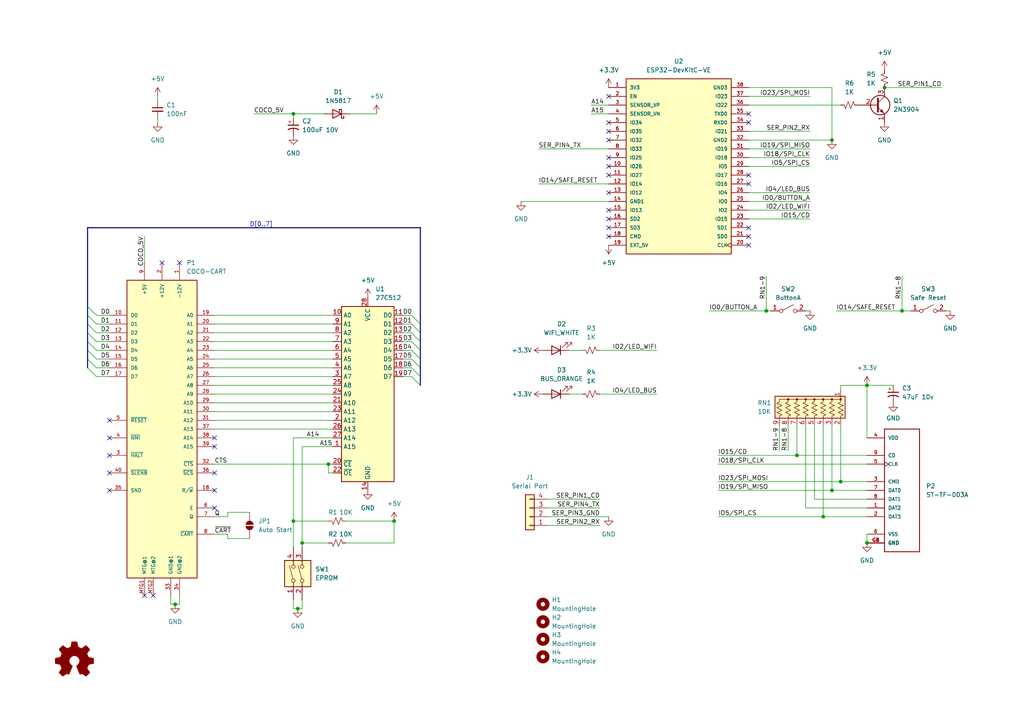
<source format=kicad_sch>
(kicad_sch (version 20231120) (generator "eeschema") (generator_version "8.0")
  (paper "A4")
  (title_block (title "CoCo FujiNet") (date "2024-08-25") (rev "Rev 0000"))
  (lib_symbols
    (symbol "COCO-CART:COCO-CART" (pin_names (offset 1.016))
      (property "Reference" "P" (at 10.16 40.64 0))
      (property "Value" "COCO-CART" (at 0 0 0))
      (symbol "COCO-CART_0_0"
        (rectangle (start -10.16 -45.72) (end 10.16 40.64) (stroke (width 0.254)) (fill (type background)))
        (pin passive line (at 5.08 45.72 270) (length 5.08) (name "-12V") (number "1"))
        (pin bidirectional line (at -15.24 30.48 0) (length 5.08) (name "D0") (number "10"))
        (pin bidirectional line (at -15.24 27.94 0) (length 5.08) (name "D1") (number "11"))
        (pin bidirectional line (at -15.24 25.4 0) (length 5.08) (name "D2") (number "12"))
        (pin bidirectional line (at -15.24 22.86 0) (length 5.08) (name "D3") (number "13"))
        (pin bidirectional line (at -15.24 20.32 0) (length 5.08) (name "D4") (number "14"))
        (pin bidirectional line (at -15.24 17.78 0) (length 5.08) (name "D5") (number "15"))
        (pin bidirectional line (at -15.24 15.24 0) (length 5.08) (name "D6") (number "16"))
        (pin bidirectional line (at -15.24 12.7 0) (length 5.08) (name "D7") (number "17"))
        (pin output line (at 15.24 -20.32 180) (length 5.08) (name "R/~{W}") (number "18"))
        (pin output line (at 15.24 30.48 180) (length 5.08) (name "A0") (number "19"))
        (pin passive line (at 0 45.72 270) (length 5.08) (name "+12V") (number "2"))
        (pin output line (at 15.24 27.94 180) (length 5.08) (name "A1") (number "20"))
        (pin output line (at 15.24 25.4 180) (length 5.08) (name "A2") (number "21"))
        (pin output line (at 15.24 22.86 180) (length 5.08) (name "A3") (number "22"))
        (pin output line (at 15.24 20.32 180) (length 5.08) (name "A4") (number "23"))
        (pin output line (at 15.24 17.78 180) (length 5.08) (name "A5") (number "24"))
        (pin output line (at 15.24 15.24 180) (length 5.08) (name "A6") (number "25"))
        (pin output line (at 15.24 12.7 180) (length 5.08) (name "A7") (number "26"))
        (pin output line (at 15.24 10.16 180) (length 5.08) (name "A8") (number "27"))
        (pin output line (at 15.24 7.62 180) (length 5.08) (name "A9") (number "28"))
        (pin output line (at 15.24 5.08 180) (length 5.08) (name "A10") (number "29"))
        (pin bidirectional line (at -15.24 -10.16 0) (length 5.08) (name "~{HALT}") (number "3"))
        (pin output line (at 15.24 2.54 180) (length 5.08) (name "A11") (number "30"))
        (pin output line (at 15.24 0 180) (length 5.08) (name "A12") (number "31"))
        (pin output line (at 15.24 -12.7 180) (length 5.08) (name "~{CTS}") (number "32"))
        (pin passive line (at 2.54 -50.8 90) (length 5.08) (name "GND@1") (number "33"))
        (pin passive line (at 5.08 -50.8 90) (length 5.08) (name "GND@2") (number "34"))
        (pin bidirectional line (at -15.24 -20.32 0) (length 5.08) (name "SND") (number "35"))
        (pin output line (at 15.24 -15.24 180) (length 5.08) (name "~{SCS}") (number "36"))
        (pin output line (at 15.24 -2.54 180) (length 5.08) (name "A13") (number "37"))
        (pin output line (at 15.24 -5.08 180) (length 5.08) (name "A14") (number "38"))
        (pin output line (at 15.24 -7.62 180) (length 5.08) (name "A15") (number "39"))
        (pin bidirectional line (at -15.24 -5.08 0) (length 5.08) (name "~{NMI}") (number "4"))
        (pin input line (at -15.24 -15.24 0) (length 5.08) (name "~{SLENB}") (number "40"))
        (pin bidirectional line (at -15.24 0 0) (length 5.08) (name "~{RESET}") (number "5"))
        (pin output line (at 15.24 -25.4 180) (length 5.08) (name "E") (number "6"))
        (pin output line (at 15.24 -27.94 180) (length 5.08) (name "Q") (number "7"))
        (pin input line (at 15.24 -33.02 180) (length 5.08) (name "~{CART}") (number "8"))
        (pin passive line (at -5.08 45.72 270) (length 5.08) (name "+5V") (number "9"))
        (pin passive line (at -5.08 -50.8 90) (length 5.08) (name "MTG@1") (number "MTG1"))
        (pin passive line (at -2.54 -50.8 90) (length 5.08) (name "MTG@2") (number "MTG2"))
      )
    )
    (symbol "Connector_Generic:Conn_01x04" (pin_names (offset 1.016) hide)
      (property "Reference" "J" (at 0 5.08 0))
      (property "Value" "Conn_01x04" (at 0 -7.62 0))
      (symbol "Conn_01x04_1_1"
        (rectangle (start -1.27 -4.953) (end 0 -5.207) (stroke (width 0.1524)))
        (rectangle (start -1.27 -2.413) (end 0 -2.667) (stroke (width 0.1524)))
        (rectangle (start -1.27 0.127) (end 0 -0.127) (stroke (width 0.1524)))
        (rectangle (start -1.27 2.667) (end 0 2.413) (stroke (width 0.1524)))
        (rectangle (start -1.27 3.81) (end 1.27 -6.35) (stroke (width 0.254)) (fill (type background)))
        (pin passive line (at -5.08 2.54 0) (length 3.81) (name "Pin_1") (number "1"))
        (pin passive line (at -5.08 0 0) (length 3.81) (name "Pin_2") (number "2"))
        (pin passive line (at -5.08 -2.54 0) (length 3.81) (name "Pin_3") (number "3"))
        (pin passive line (at -5.08 -5.08 0) (length 3.81) (name "Pin_4") (number "4"))
      )
    )
    (symbol "Device:C_Polarized_Small_US" (pin_numbers hide) (pin_names (offset 0.254) hide)
      (property "Reference" "C" (at 0.254 1.778 0))
      (property "Value" "C_Polarized_Small_US" (at 0.254 -2.032 0))
      (symbol "C_Polarized_Small_US_0_1"
        (polyline (pts (xy -1.524 0.508) (xy 1.524 0.508)) (stroke (width 0.3048)))
        (polyline (pts (xy -1.27 1.524) (xy -0.762 1.524)))
        (polyline (pts (xy -1.016 1.27) (xy -1.016 1.778)))
        (arc (start 1.524 -0.762) (mid 0 -0.3734) (end -1.524 -0.762) (stroke (width 0.3048)))
      )
      (symbol "C_Polarized_Small_US_1_1"
        (pin passive line (at 0 2.54 270) (length 2.032) (name "~") (number "1"))
        (pin passive line (at 0 -2.54 90) (length 2.032) (name "~") (number "2"))
      )
    )
    (symbol "Device:C_Small" (pin_numbers hide) (pin_names (offset 0.254) hide)
      (property "Reference" "C" (at 0.254 1.778 0))
      (property "Value" "C_Small" (at 0.254 -2.032 0))
      (symbol "C_Small_0_1"
        (polyline (pts (xy -1.524 -0.508) (xy 1.524 -0.508)) (stroke (width 0.3302)))
        (polyline (pts (xy -1.524 0.508) (xy 1.524 0.508)) (stroke (width 0.3048)))
      )
      (symbol "C_Small_1_1"
        (pin passive line (at 0 2.54 270) (length 2.032) (name "~") (number "1"))
        (pin passive line (at 0 -2.54 90) (length 2.032) (name "~") (number "2"))
      )
    )
    (symbol "Device:LED" (pin_numbers hide) (pin_names (offset 1.016) hide)
      (property "Reference" "D" (at 0 2.54 0))
      (property "Value" "LED" (at 0 -2.54 0))
      (symbol "LED_0_1"
        (polyline (pts (xy -1.27 -1.27) (xy -1.27 1.27)) (stroke (width 0.254)))
        (polyline (pts (xy -1.27 0) (xy 1.27 0)))
        (polyline (pts (xy 1.27 -1.27) (xy 1.27 1.27) (xy -1.27 0) (xy 1.27 -1.27)) (stroke (width 0.254)))
        (polyline (pts (xy -3.048 -0.762) (xy -4.572 -2.286) (xy -3.81 -2.286) (xy -4.572 -2.286) (xy -4.572 -1.524)))
        (polyline (pts (xy -1.778 -0.762) (xy -3.302 -2.286) (xy -2.54 -2.286) (xy -3.302 -2.286) (xy -3.302 -1.524)))
      )
      (symbol "LED_1_1"
        (pin passive line (at -3.81 0 0) (length 2.54) (name "K") (number "1"))
        (pin passive line (at 3.81 0 180) (length 2.54) (name "A") (number "2"))
      )
    )
    (symbol "Device:R_Network08_US" (pin_names (offset 0) hide)
      (property "Reference" "RN" (at -12.7 0 90))
      (property "Value" "R_Network08_US" (at 10.16 0 90))
      (symbol "R_Network08_US_0_1"
        (rectangle (start -11.43 -3.175) (end 8.89 3.175) (stroke (width 0.254)) (fill (type background)))
        (circle (center -10.16 2.286) (radius 0.254) (fill (type outline)))
        (circle (center -7.62 2.286) (radius 0.254) (fill (type outline)))
        (circle (center -5.08 2.286) (radius 0.254) (fill (type outline)))
        (circle (center -2.54 2.286) (radius 0.254) (fill (type outline)))
        (polyline (pts (xy -10.16 2.286) (xy 7.62 2.286)))
        (polyline (pts (xy -10.16 2.286) (xy -10.16 1.524) (xy -9.398 1.1684) (xy -10.922 0.508) (xy -9.398 -0.1524) (xy -10.922 -0.8382) (xy -9.398 -1.524) (xy -10.922 -2.1844) (xy -10.16 -2.54) (xy -10.16 -3.81)))
        (polyline (pts (xy -7.62 2.286) (xy -7.62 1.524) (xy -6.858 1.1684) (xy -8.382 0.508) (xy -6.858 -0.1524) (xy -8.382 -0.8382) (xy -6.858 -1.524) (xy -8.382 -2.1844) (xy -7.62 -2.54) (xy -7.62 -3.81)))
        (polyline (pts (xy -5.08 2.286) (xy -5.08 1.524) (xy -4.318 1.1684) (xy -5.842 0.508) (xy -4.318 -0.1524) (xy -5.842 -0.8382) (xy -4.318 -1.524) (xy -5.842 -2.1844) (xy -5.08 -2.54) (xy -5.08 -3.81)))
        (polyline (pts (xy -2.54 2.286) (xy -2.54 1.524) (xy -1.778 1.1684) (xy -3.302 0.508) (xy -1.778 -0.1524) (xy -3.302 -0.8382) (xy -1.778 -1.524) (xy -3.302 -2.1844) (xy -2.54 -2.54) (xy -2.54 -3.81)))
        (polyline (pts (xy 0 2.286) (xy 0 1.524) (xy 0.762 1.1684) (xy -0.762 0.508) (xy 0.762 -0.1524) (xy -0.762 -0.8382) (xy 0.762 -1.524) (xy -0.762 -2.1844) (xy 0 -2.54) (xy 0 -3.81)))
        (polyline (pts (xy 2.54 2.286) (xy 2.54 1.524) (xy 3.302 1.1684) (xy 1.778 0.508) (xy 3.302 -0.1524) (xy 1.778 -0.8382) (xy 3.302 -1.524) (xy 1.778 -2.1844) (xy 2.54 -2.54) (xy 2.54 -3.81)))
        (polyline (pts (xy 5.08 2.286) (xy 5.08 1.524) (xy 5.842 1.1684) (xy 4.318 0.508) (xy 5.842 -0.1524) (xy 4.318 -0.8382) (xy 5.842 -1.524) (xy 4.318 -2.1844) (xy 5.08 -2.54) (xy 5.08 -3.81)))
        (polyline (pts (xy 7.62 2.286) (xy 7.62 1.524) (xy 8.382 1.1684) (xy 6.858 0.508) (xy 8.382 -0.1524) (xy 6.858 -0.8382) (xy 8.382 -1.524) (xy 6.858 -2.1844) (xy 7.62 -2.54) (xy 7.62 -3.81)))
        (circle (center 0 2.286) (radius 0.254) (fill (type outline)))
        (circle (center 2.54 2.286) (radius 0.254) (fill (type outline)))
        (circle (center 5.08 2.286) (radius 0.254) (fill (type outline)))
      )
      (symbol "R_Network08_US_1_1"
        (pin passive line (at -10.16 5.08 270) (length 2.54) (name "common") (number "1"))
        (pin passive line (at -10.16 -5.08 90) (length 1.27) (name "R1") (number "2"))
        (pin passive line (at -7.62 -5.08 90) (length 1.27) (name "R2") (number "3"))
        (pin passive line (at -5.08 -5.08 90) (length 1.27) (name "R3") (number "4"))
        (pin passive line (at -2.54 -5.08 90) (length 1.27) (name "R4") (number "5"))
        (pin passive line (at 0 -5.08 90) (length 1.27) (name "R5") (number "6"))
        (pin passive line (at 2.54 -5.08 90) (length 1.27) (name "R6") (number "7"))
        (pin passive line (at 5.08 -5.08 90) (length 1.27) (name "R7") (number "8"))
        (pin passive line (at 7.62 -5.08 90) (length 1.27) (name "R8") (number "9"))
      )
    )
    (symbol "Device:R_Small_US" (pin_numbers hide) (pin_names (offset 0.254) hide)
      (property "Reference" "R" (at 0.762 0.508 0))
      (property "Value" "R_Small_US" (at 0.762 -1.016 0))
      (symbol "R_Small_US_1_1"
        (polyline (pts (xy 0 0) (xy 1.016 -0.381) (xy 0 -0.762) (xy -1.016 -1.143) (xy 0 -1.524)))
        (polyline (pts (xy 0 1.524) (xy 1.016 1.143) (xy 0 0.762) (xy -1.016 0.381) (xy 0 0)))
        (pin passive line (at 0 2.54 270) (length 1.016) (name "~") (number "1"))
        (pin passive line (at 0 -2.54 90) (length 1.016) (name "~") (number "2"))
      )
    )
    (symbol "Diode:1N5817" (pin_numbers hide) (pin_names (offset 1.016) hide)
      (property "Reference" "D" (at 0 2.54 0))
      (property "Value" "1N5817" (at 0 -2.54 0))
      (symbol "1N5817_0_1"
        (polyline (pts (xy 1.27 0) (xy -1.27 0)))
        (polyline (pts (xy 1.27 1.27) (xy 1.27 -1.27) (xy -1.27 0) (xy 1.27 1.27)) (stroke (width 0.254)))
        (polyline (pts (xy -1.905 0.635) (xy -1.905 1.27) (xy -1.27 1.27) (xy -1.27 -1.27) (xy -0.635 -1.27) (xy -0.635 -0.635)) (stroke (width 0.254)))
      )
      (symbol "1N5817_1_1"
        (pin passive line (at -3.81 0 0) (length 2.54) (name "K") (number "1"))
        (pin passive line (at 3.81 0 180) (length 2.54) (name "A") (number "2"))
      )
    )
    (symbol "ESP32-DEVKITC-32U:ESP32-DEVKITC-32U" (pin_names (offset 1.016))
      (property "Reference" "U" (at -15.2654 26.0604 0))
      (property "Value" "ESP32-DEVKITC-32U" (at -15.2654 -27.9654 0))
      (symbol "ESP32-DEVKITC-32U_0_0"
        (rectangle (start -15.24 -25.4) (end 15.24 25.4) (stroke (width 0.254)) (fill (type background)))
        (pin power_in line (at -20.32 22.86 0) (length 5.08) (name "3V3") (number "1"))
        (pin bidirectional line (at -20.32 0 0) (length 5.08) (name "IO26") (number "10"))
        (pin bidirectional line (at -20.32 -2.54 0) (length 5.08) (name "IO27") (number "11"))
        (pin bidirectional line (at -20.32 -5.08 0) (length 5.08) (name "IO14") (number "12"))
        (pin bidirectional line (at -20.32 -7.62 0) (length 5.08) (name "IO12") (number "13"))
        (pin power_in line (at -20.32 -10.16 0) (length 5.08) (name "GND1") (number "14"))
        (pin bidirectional line (at -20.32 -12.7 0) (length 5.08) (name "IO13") (number "15"))
        (pin bidirectional line (at -20.32 -15.24 0) (length 5.08) (name "SD2") (number "16"))
        (pin bidirectional line (at -20.32 -17.78 0) (length 5.08) (name "SD3") (number "17"))
        (pin bidirectional line (at -20.32 -20.32 0) (length 5.08) (name "CMD") (number "18"))
        (pin power_in line (at -20.32 -22.86 0) (length 5.08) (name "EXT_5V") (number "19"))
        (pin input line (at -20.32 20.32 0) (length 5.08) (name "EN") (number "2"))
        (pin input clock (at 20.32 -22.86 180) (length 5.08) (name "CLK") (number "20"))
        (pin bidirectional line (at 20.32 -20.32 180) (length 5.08) (name "SD0") (number "21"))
        (pin bidirectional line (at 20.32 -17.78 180) (length 5.08) (name "SD1") (number "22"))
        (pin bidirectional line (at 20.32 -15.24 180) (length 5.08) (name "IO15") (number "23"))
        (pin bidirectional line (at 20.32 -12.7 180) (length 5.08) (name "IO2") (number "24"))
        (pin bidirectional line (at 20.32 -10.16 180) (length 5.08) (name "IO0") (number "25"))
        (pin bidirectional line (at 20.32 -7.62 180) (length 5.08) (name "IO4") (number "26"))
        (pin bidirectional line (at 20.32 -5.08 180) (length 5.08) (name "IO16") (number "27"))
        (pin bidirectional line (at 20.32 -2.54 180) (length 5.08) (name "IO17") (number "28"))
        (pin bidirectional line (at 20.32 0 180) (length 5.08) (name "IO5") (number "29"))
        (pin input line (at -20.32 17.78 0) (length 5.08) (name "SENSOR_VP") (number "3"))
        (pin bidirectional line (at 20.32 2.54 180) (length 5.08) (name "IO18") (number "30"))
        (pin bidirectional line (at 20.32 5.08 180) (length 5.08) (name "IO19") (number "31"))
        (pin power_in line (at 20.32 7.62 180) (length 5.08) (name "GND2") (number "32"))
        (pin bidirectional line (at 20.32 10.16 180) (length 5.08) (name "IO21") (number "33"))
        (pin input line (at 20.32 12.7 180) (length 5.08) (name "RXD0") (number "34"))
        (pin output line (at 20.32 15.24 180) (length 5.08) (name "TXD0") (number "35"))
        (pin bidirectional line (at 20.32 17.78 180) (length 5.08) (name "IO22") (number "36"))
        (pin bidirectional line (at 20.32 20.32 180) (length 5.08) (name "IO23") (number "37"))
        (pin power_in line (at 20.32 22.86 180) (length 5.08) (name "GND3") (number "38"))
        (pin input line (at -20.32 15.24 0) (length 5.08) (name "SENSOR_VN") (number "4"))
        (pin bidirectional line (at -20.32 12.7 0) (length 5.08) (name "IO34") (number "5"))
        (pin bidirectional line (at -20.32 10.16 0) (length 5.08) (name "IO35") (number "6"))
        (pin bidirectional line (at -20.32 7.62 0) (length 5.08) (name "IO32") (number "7"))
        (pin bidirectional line (at -20.32 5.08 0) (length 5.08) (name "IO33") (number "8"))
        (pin bidirectional line (at -20.32 2.54 0) (length 5.08) (name "IO25") (number "9"))
      )
    )
    (symbol "Graphic:Logo_Open_Hardware_Small" (in_bom no) (on_board no)
      (symbol "Logo_Open_Hardware_Small_0_1"
        (polyline (pts (xy 3.3528 -4.3434) (xy 3.302 -4.318) (xy 3.175 -4.2418) (xy 2.9972 -4.1148) (xy 2.7686 -3.9624) (xy 2.54 -3.81) (xy 2.3622 -3.7084) (xy 2.2352 -3.6068) (xy 2.1844 -3.5814) (xy 2.159 -3.6068) (xy 2.0574 -3.6576) (xy 1.905 -3.7338) (xy 1.8034 -3.7846) (xy 1.6764 -3.8354) (xy 1.6002 -3.8354) (xy 1.6002 -3.8354) (xy 1.5494 -3.7338) (xy 1.4732 -3.5306) (xy 1.3462 -3.302) (xy 1.2446 -3.0226) (xy 1.1176 -2.7178) (xy 0.9652 -2.413) (xy 0.8636 -2.1082) (xy 0.7366 -1.8288) (xy 0.6604 -1.6256) (xy 0.6096 -1.4732) (xy 0.5842 -1.397) (xy 0.5842 -1.397) (xy 0.6604 -1.3208) (xy 0.7874 -1.2446) (xy 1.0414 -1.016) (xy 1.2954 -0.6858) (xy 1.4478 -0.3302) (xy 1.524 0.0762) (xy 1.4732 0.4572) (xy 1.3208 0.8128) (xy 1.0668 1.143) (xy 0.762 1.3716) (xy 0.4064 1.524) (xy 0 1.5748) (xy -0.381 1.5494) (xy -0.7366 1.397) (xy -1.0668 1.143) (xy -1.2192 0.9906) (xy -1.397 0.6604) (xy -1.524 0.3048) (xy -1.524 0.2286) (xy -1.4986 -0.1778) (xy -1.397 -0.5334) (xy -1.1938 -0.8636) (xy -0.9144 -1.143) (xy -0.8636 -1.1684) (xy -0.7366 -1.27) (xy -0.635 -1.3462) (xy -0.5842 -1.397) (xy -1.0668 -2.5908) (xy -1.143 -2.794) (xy -1.2954 -3.1242) (xy -1.397 -3.4036) (xy -1.4986 -3.6322) (xy -1.5748 -3.7846) (xy -1.6002 -3.8354) (xy -1.6002 -3.8354) (xy -1.651 -3.8354) (xy -1.7272 -3.81) (xy -1.905 -3.7338) (xy -2.0066 -3.683) (xy -2.1336 -3.6068) (xy -2.2098 -3.5814) (xy -2.2606 -3.6068) (xy -2.3622 -3.683) (xy -2.54 -3.81) (xy -2.7686 -3.9624) (xy -2.9718 -4.0894) (xy -3.1496 -4.2164) (xy -3.302 -4.318) (xy -3.3528 -4.3434) (xy -3.3782 -4.3434) (xy -3.429 -4.318) (xy -3.5306 -4.2164) (xy -3.7084 -4.064) (xy -3.937 -3.8354) (xy -3.9624 -3.81) (xy -4.1656 -3.6068) (xy -4.318 -3.4544) (xy -4.4196 -3.3274) (xy -4.445 -3.2766) (xy -4.445 -3.2766) (xy -4.4196 -3.2258) (xy -4.318 -3.0734) (xy -4.2164 -2.8956) (xy -4.064 -2.667) (xy -3.6576 -2.0828) (xy -3.8862 -1.5494) (xy -3.937 -1.3716) (xy -4.0386 -1.1684) (xy -4.0894 -1.0414) (xy -4.1148 -0.9652) (xy -4.191 -0.9398) (xy -4.318 -0.9144) (xy -4.5466 -0.8636) (xy -4.8006 -0.8128) (xy -5.0546 -0.7874) (xy -5.2578 -0.7366) (xy -5.4356 -0.7112) (xy -5.5118 -0.6858) (xy -5.5118 -0.6858) (xy -5.5372 -0.635) (xy -5.5372 -0.5588) (xy -5.5372 -0.4318) (xy -5.5626 -0.2286) (xy -5.5626 0.0762) (xy -5.5626 0.127) (xy -5.5372 0.4064) (xy -5.5372 0.635) (xy -5.5372 0.762) (xy -5.5372 0.8382) (xy -5.5372 0.8382) (xy -5.461 0.8382) (xy -5.3086 0.889) (xy -5.08 0.9144) (xy -4.826 0.9652) (xy -4.8006 0.9906) (xy -4.5466 1.0414) (xy -4.318 1.0668) (xy -4.1656 1.1176) (xy -4.0894 1.143) (xy -4.0894 1.143) (xy -4.0386 1.2446) (xy -3.9624 1.4224) (xy -3.8608 1.6256) (xy -3.7846 1.8288) (xy -3.7084 2.0066) (xy -3.6576 2.159) (xy -3.6322 2.2098) (xy -3.6322 2.2098) (xy -3.683 2.286) (xy -3.7592 2.413) (xy -3.8862 2.5908) (xy -4.064 2.8194) (xy -4.064 2.8448) (xy -4.2164 3.0734) (xy -4.3434 3.2512) (xy -4.4196 3.3782) (xy -4.445 3.4544) (xy -4.445 3.4544) (xy -4.3942 3.5052) (xy -4.2926 3.6322) (xy -4.1148 3.81) (xy -3.937 4.0132) (xy -3.8608 4.064) (xy -3.6576 4.2926) (xy -3.5052 4.4196) (xy -3.4036 4.4958) (xy -3.3528 4.5212) (xy -3.3528 4.5212) (xy -3.302 4.4704) (xy -3.1496 4.3688) (xy -2.9718 4.2418) (xy -2.7432 4.0894) (xy -2.7178 4.0894) (xy -2.4892 3.937) (xy -2.3114 3.81) (xy -2.1844 3.7084) (xy -2.1336 3.683) (xy -2.1082 3.683) (xy -2.032 3.7084) (xy -1.8542 3.7592) (xy -1.6764 3.8354) (xy -1.4732 3.937) (xy -1.27 4.0132) (xy -1.143 4.064) (xy -1.0668 4.1148) (xy -1.0668 4.1148) (xy -1.0414 4.191) (xy -1.016 4.3434) (xy -0.9652 4.572) (xy -0.9144 4.8514) (xy -0.889 4.9022) (xy -0.8382 5.1562) (xy -0.8128 5.3848) (xy -0.7874 5.5372) (xy -0.762 5.588) (xy -0.7112 5.6134) (xy -0.5842 5.6134) (xy -0.4064 5.6134) (xy -0.1524 5.6134) (xy 0.0762 5.6134) (xy 0.3302 5.6134) (xy 0.5334 5.6134) (xy 0.6858 5.588) (xy 0.7366 5.588) (xy 0.7366 5.588) (xy 0.762 5.5118) (xy 0.8128 5.334) (xy 0.8382 5.1054) (xy 0.9144 4.826) (xy 0.9144 4.7752) (xy 0.9652 4.5212) (xy 1.016 4.2926) (xy 1.0414 4.1402) (xy 1.0668 4.0894) (xy 1.0668 4.0894) (xy 1.1938 4.0386) (xy 1.3716 3.9624) (xy 1.5748 3.8608) (xy 2.0828 3.6576) (xy 2.7178 4.0894) (xy 2.7686 4.1402) (xy 2.9972 4.2926) (xy 3.175 4.4196) (xy 3.302 4.4958) (xy 3.3782 4.5212) (xy 3.3782 4.5212) (xy 3.429 4.4704) (xy 3.556 4.3434) (xy 3.7338 4.191) (xy 3.9116 3.9878) (xy 4.064 3.8354) (xy 4.2418 3.6576) (xy 4.3434 3.556) (xy 4.4196 3.4798) (xy 4.4196 3.429) (xy 4.4196 3.4036) (xy 4.3942 3.3274) (xy 4.2926 3.2004) (xy 4.1656 2.9972) (xy 4.0132 2.794) (xy 3.8862 2.5908) (xy 3.7592 2.3876) (xy 3.6576 2.2352) (xy 3.6322 2.159) (xy 3.6322 2.1336) (xy 3.683 2.0066) (xy 3.7592 1.8288) (xy 3.8608 1.6002) (xy 4.064 1.1176) (xy 4.3942 1.0414) (xy 4.5974 1.016) (xy 4.8768 0.9652) (xy 5.1308 0.9144) (xy 5.5372 0.8382) (xy 5.5626 -0.6604) (xy 5.4864 -0.6858) (xy 5.4356 -0.6858) (xy 5.2832 -0.7366) (xy 5.0546 -0.762) (xy 4.8006 -0.8128) (xy 4.5974 -0.8636) (xy 4.3688 -0.9144) (xy 4.2164 -0.9398) (xy 4.1402 -0.9398) (xy 4.1148 -0.9652) (xy 4.064 -1.0668) (xy 3.9878 -1.2446) (xy 3.9116 -1.4478) (xy 3.81 -1.651) (xy 3.7338 -1.8542) (xy 3.683 -2.0066) (xy 3.6576 -2.0828) (xy 3.683 -2.1336) (xy 3.7846 -2.2606) (xy 3.8862 -2.4638) (xy 4.0386 -2.667) (xy 4.191 -2.8956) (xy 4.318 -3.0734) (xy 4.3942 -3.2004) (xy 4.445 -3.2766) (xy 4.4196 -3.3274) (xy 4.3434 -3.429) (xy 4.1656 -3.5814) (xy 3.937 -3.8354) (xy 3.8862 -3.8608) (xy 3.683 -4.064) (xy 3.5306 -4.2164) (xy 3.4036 -4.318) (xy 3.3528 -4.3434)) (fill (type outline)))
      )
    )
    (symbol "Jumper:SolderJumper_2_Open" (pin_numbers hide) (pin_names (offset 0) hide) (exclude_from_sim yes) (in_bom no)
      (property "Reference" "JP" (at 0 2.032 0))
      (property "Value" "SolderJumper_2_Open" (at 0 -2.54 0))
      (symbol "SolderJumper_2_Open_0_1"
        (arc (start -0.254 1.016) (mid -1.2656 0) (end -0.254 -1.016))
        (arc (start -0.254 1.016) (mid -1.2656 0) (end -0.254 -1.016) (fill (type outline)))
        (polyline (pts (xy -0.254 1.016) (xy -0.254 -1.016)))
        (polyline (pts (xy 0.254 1.016) (xy 0.254 -1.016)))
        (arc (start 0.254 -1.016) (mid 1.2656 0) (end 0.254 1.016))
        (arc (start 0.254 -1.016) (mid 1.2656 0) (end 0.254 1.016) (fill (type outline)))
      )
      (symbol "SolderJumper_2_Open_1_1"
        (pin passive line (at -3.81 0 0) (length 2.54) (name "A") (number "1"))
        (pin passive line (at 3.81 0 180) (length 2.54) (name "B") (number "2"))
      )
    )
    (symbol "Mechanical:MountingHole" (pin_names (offset 1.016))
      (property "Reference" "H" (at 0 5.08 0))
      (property "Value" "MountingHole" (at 0 3.175 0))
      (symbol "MountingHole_0_1"
        (circle (center 0 0) (radius 1.27) (stroke (width 1.27)))
      )
    )
    (symbol "Memory_EPROM:27C512"
      (property "Reference" "U" (at -7.62 26.67 0))
      (property "Value" "27C512" (at 2.54 -26.67 0))
      (symbol "27C512_1_1"
        (rectangle (start -7.62 25.4) (end 7.62 -25.4) (stroke (width 0.254)) (fill (type background)))
        (pin input line (at -10.16 -15.24 0) (length 2.54) (name "A15") (number "1"))
        (pin input line (at -10.16 22.86 0) (length 2.54) (name "A0") (number "10"))
        (pin tri_state line (at 10.16 22.86 180) (length 2.54) (name "D0") (number "11"))
        (pin tri_state line (at 10.16 20.32 180) (length 2.54) (name "D1") (number "12"))
        (pin tri_state line (at 10.16 17.78 180) (length 2.54) (name "D2") (number "13"))
        (pin power_in line (at 0 -27.94 90) (length 2.54) (name "GND") (number "14"))
        (pin tri_state line (at 10.16 15.24 180) (length 2.54) (name "D3") (number "15"))
        (pin tri_state line (at 10.16 12.7 180) (length 2.54) (name "D4") (number "16"))
        (pin tri_state line (at 10.16 10.16 180) (length 2.54) (name "D5") (number "17"))
        (pin tri_state line (at 10.16 7.62 180) (length 2.54) (name "D6") (number "18"))
        (pin tri_state line (at 10.16 5.08 180) (length 2.54) (name "D7") (number "19"))
        (pin input line (at -10.16 -7.62 0) (length 2.54) (name "A12") (number "2"))
        (pin input line (at -10.16 -20.32 0) (length 2.54) (name "~{CE}") (number "20"))
        (pin input line (at -10.16 -2.54 0) (length 2.54) (name "A10") (number "21"))
        (pin input line (at -10.16 -22.86 0) (length 2.54) (name "~{OE}") (number "22"))
        (pin input line (at -10.16 -5.08 0) (length 2.54) (name "A11") (number "23"))
        (pin input line (at -10.16 0 0) (length 2.54) (name "A9") (number "24"))
        (pin input line (at -10.16 2.54 0) (length 2.54) (name "A8") (number "25"))
        (pin input line (at -10.16 -10.16 0) (length 2.54) (name "A13") (number "26"))
        (pin input line (at -10.16 -12.7 0) (length 2.54) (name "A14") (number "27"))
        (pin power_in line (at 0 27.94 270) (length 2.54) (name "VCC") (number "28"))
        (pin input line (at -10.16 5.08 0) (length 2.54) (name "A7") (number "3"))
        (pin input line (at -10.16 7.62 0) (length 2.54) (name "A6") (number "4"))
        (pin input line (at -10.16 10.16 0) (length 2.54) (name "A5") (number "5"))
        (pin input line (at -10.16 12.7 0) (length 2.54) (name "A4") (number "6"))
        (pin input line (at -10.16 15.24 0) (length 2.54) (name "A3") (number "7"))
        (pin input line (at -10.16 17.78 0) (length 2.54) (name "A2") (number "8"))
        (pin input line (at -10.16 20.32 0) (length 2.54) (name "A1") (number "9"))
      )
    )
    (symbol "ST-TF-003A:ST-TF-003A" (pin_names (offset 1.016))
      (property "Reference" "P" (at 0 17.8054 0))
      (property "Value" "ST-TF-003A" (at 0 -20.3454 0))
      (symbol "ST-TF-003A_0_0"
        (polyline (pts (xy 0 -17.78) (xy 0 17.78)) (stroke (width 0.254)))
        (polyline (pts (xy 0 17.78) (xy 10.16 17.78)) (stroke (width 0.254)))
        (polyline (pts (xy 10.16 -17.78) (xy 0 -17.78)) (stroke (width 0.254)))
        (polyline (pts (xy 10.16 17.78) (xy 10.16 -17.78)) (stroke (width 0.254)))
        (pin bidirectional line (at -5.08 -5.08 0) (length 5.08) (name "DAT2") (number "1"))
        (pin bidirectional line (at -5.08 -7.62 0) (length 5.08) (name "DAT3") (number "2"))
        (pin bidirectional line (at -5.08 2.54 0) (length 5.08) (name "CMD") (number "3"))
        (pin power_in line (at -5.08 15.24 0) (length 5.08) (name "VDD") (number "4"))
        (pin input clock (at -5.08 7.62 0) (length 5.08) (name "CLK") (number "5"))
        (pin passive line (at -5.08 -12.7 0) (length 5.08) (name "VSS") (number "6"))
        (pin bidirectional line (at -5.08 0 0) (length 5.08) (name "DAT0") (number "7"))
        (pin bidirectional line (at -5.08 -2.54 0) (length 5.08) (name "DAT1") (number "8"))
        (pin input line (at -5.08 10.16 0) (length 5.08) (name "CD") (number "9"))
        (pin passive line (at -5.08 -15.24 0) (length 5.08) (name "GND") (number "G2"))
        (pin passive line (at -5.08 -15.24 0) (length 5.08) (name "GND") (number "G3"))
        (pin passive line (at -5.08 -15.24 0) (length 5.08) (name "GND") (number "G4"))
      )
      (symbol "ST-TF-003A_1_0"
        (pin passive line (at -5.08 -15.24 0) (length 5.08) (name "GND") (number "G1"))
      )
    )
    (symbol "Switch:SW_DIP_x02" (pin_names (offset 0) hide)
      (property "Reference" "SW" (at 0 6.35 0))
      (property "Value" "SW_DIP_x02" (at 0 -3.81 0))
      (symbol "SW_DIP_x02_0_0"
        (circle (center -2.032 0) (radius 0.508))
        (circle (center -2.032 2.54) (radius 0.508))
        (polyline (pts (xy -1.524 0.127) (xy 2.3622 1.1684)))
        (polyline (pts (xy -1.524 2.667) (xy 2.3622 3.7084)))
        (circle (center 2.032 0) (radius 0.508))
        (circle (center 2.032 2.54) (radius 0.508))
      )
      (symbol "SW_DIP_x02_0_1"
        (rectangle (start -3.81 5.08) (end 3.81 -2.54) (stroke (width 0.254)) (fill (type background)))
      )
      (symbol "SW_DIP_x02_1_1"
        (pin passive line (at -7.62 2.54 0) (length 5.08) (name "~") (number "1"))
        (pin passive line (at -7.62 0 0) (length 5.08) (name "~") (number "2"))
        (pin passive line (at 7.62 0 180) (length 5.08) (name "~") (number "3"))
        (pin passive line (at 7.62 2.54 180) (length 5.08) (name "~") (number "4"))
      )
    )
    (symbol "Switch:SW_SPST" (pin_names (offset 0) hide)
      (property "Reference" "SW" (at 0 3.175 0))
      (property "Value" "SW_SPST" (at 0 -2.54 0))
      (symbol "SW_SPST_0_0"
        (circle (center -2.032 0) (radius 0.508))
        (polyline (pts (xy -1.524 0.254) (xy 1.524 1.778)))
        (circle (center 2.032 0) (radius 0.508))
      )
      (symbol "SW_SPST_1_1"
        (pin passive line (at -5.08 0 0) (length 2.54) (name "A") (number "1"))
        (pin passive line (at 5.08 0 180) (length 2.54) (name "B") (number "2"))
      )
    )
    (symbol "Transistor_BJT:2N3904" (pin_names (offset 0) hide)
      (property "Reference" "Q" (at 5.08 1.905 0))
      (property "Value" "2N3904" (at 5.08 0 0))
      (symbol "2N3904_0_1"
        (polyline (pts (xy 0.635 0.635) (xy 2.54 2.54)))
        (polyline (pts (xy 0.635 -0.635) (xy 2.54 -2.54) (xy 2.54 -2.54)))
        (polyline (pts (xy 0.635 1.905) (xy 0.635 -1.905) (xy 0.635 -1.905)) (stroke (width 0.508)))
        (polyline (pts (xy 1.27 -1.778) (xy 1.778 -1.27) (xy 2.286 -2.286) (xy 1.27 -1.778) (xy 1.27 -1.778)) (fill (type outline)))
        (circle (center 1.27 0) (radius 2.8194) (stroke (width 0.254)))
      )
      (symbol "2N3904_1_1"
        (pin passive line (at 2.54 -5.08 90) (length 2.54) (name "E") (number "1"))
        (pin passive line (at -5.08 0 0) (length 5.715) (name "B") (number "2"))
        (pin passive line (at 2.54 5.08 270) (length 2.54) (name "C") (number "3"))
      )
    )
    (symbol "power:+3.3V" (power) (pin_names (offset 0))
      (property "Value" "+3.3V" (at 0 3.556 0))
      (symbol "+3.3V_0_1"
        (polyline (pts (xy -0.762 1.27) (xy 0 2.54)))
        (polyline (pts (xy 0 0) (xy 0 2.54)))
        (polyline (pts (xy 0 2.54) (xy 0.762 1.27)))
      )
      (symbol "+3.3V_1_1"
        (pin power_in line (at 0 0 90) (length 0) hide (name "+3.3V") (number "1"))
      )
    )
    (symbol "power:+5V" (power) (pin_names (offset 0))
      (property "Value" "+5V" (at 0 3.556 0))
      (symbol "+5V_0_1"
        (polyline (pts (xy -0.762 1.27) (xy 0 2.54)))
        (polyline (pts (xy 0 0) (xy 0 2.54)))
        (polyline (pts (xy 0 2.54) (xy 0.762 1.27)))
      )
      (symbol "+5V_1_1"
        (pin power_in line (at 0 0 90) (length 0) hide (name "+5V") (number "1"))
      )
    )
    (symbol "power:GND" (power) (pin_names (offset 0))
      (property "Value" "GND" (at 0 -3.81 0))
      (symbol "GND_0_1"
        (polyline (pts (xy 0 0) (xy 0 -1.27) (xy 1.27 -1.27) (xy 0 -2.54) (xy -1.27 -1.27) (xy 0 -1.27)))
      )
      (symbol "GND_1_1"
        (pin power_in line (at 0 0 270) (length 0) hide (name "GND") (number "1"))
      )
    )
  )
  (junction (at 231.14 132.08))
  (junction (at 261.62 90.17))
  (junction (at 95.25 134.62))
  (junction (at 238.76 149.86))
  (junction (at 256.54 25.4))
  (junction (at 251.46 157.48))
  (junction (at 85.09 33.02))
  (junction (at 86.36 176.53))
  (junction (at 114.3 151.13))
  (junction (at 251.46 111.76))
  (junction (at 222.25 90.17))
  (junction (at 85.09 151.13))
  (junction (at 243.84 139.7))
  (junction (at 50.8 175.26))
  (junction (at 87.63 157.48))
  (junction (at 241.3 142.24))
  (junction (at 241.3 40.64))
  (no_connect (at 62.23 137.16))
  (no_connect (at 176.53 35.56))
  (no_connect (at 41.91 172.72))
  (no_connect (at 44.45 172.72))
  (no_connect (at 176.53 50.8))
  (no_connect (at 176.53 55.88))
  (no_connect (at 62.23 142.24))
  (no_connect (at 31.75 142.24))
  (no_connect (at 31.75 127))
  (no_connect (at 176.53 60.96))
  (no_connect (at 62.23 147.32))
  (no_connect (at 176.53 38.1))
  (no_connect (at 62.23 129.54))
  (no_connect (at 176.53 63.5))
  (no_connect (at 217.17 53.34))
  (no_connect (at 176.53 45.72))
  (no_connect (at 31.75 137.16))
  (no_connect (at 176.53 68.58))
  (no_connect (at 217.17 71.12))
  (no_connect (at 176.53 66.04))
  (no_connect (at 217.17 66.04))
  (no_connect (at 31.75 121.92))
  (no_connect (at 176.53 40.64))
  (no_connect (at 217.17 68.58))
  (no_connect (at 52.07 76.2))
  (no_connect (at 31.75 132.08))
  (no_connect (at 46.99 76.2))
  (no_connect (at 217.17 50.8))
  (no_connect (at 217.17 35.56))
  (no_connect (at 176.53 27.94))
  (no_connect (at 176.53 48.26))
  (no_connect (at 62.23 127))
  (no_connect (at 217.17 33.02))
  (bus_entry (at 121.92 106.68) (size -2.54 -2.54))
  (bus_entry (at 25.4 104.14) (size 2.54 2.54))
  (bus_entry (at 25.4 106.68) (size 2.54 2.54))
  (bus_entry (at 25.4 91.44) (size 2.54 2.54))
  (bus_entry (at 121.92 111.76) (size -2.54 -2.54))
  (bus_entry (at 25.4 96.52) (size 2.54 2.54))
  (bus_entry (at 121.92 99.06) (size -2.54 -2.54))
  (bus_entry (at 121.92 109.22) (size -2.54 -2.54))
  (bus_entry (at 121.92 93.98) (size -2.54 -2.54))
  (bus_entry (at 25.4 101.6) (size 2.54 2.54))
  (bus_entry (at 25.4 88.9) (size 2.54 2.54))
  (bus_entry (at 25.4 93.98) (size 2.54 2.54))
  (bus_entry (at 121.92 101.6) (size -2.54 -2.54))
  (bus_entry (at 121.92 104.14) (size -2.54 -2.54))
  (bus_entry (at 121.92 96.52) (size -2.54 -2.54))
  (bus_entry (at 25.4 99.06) (size 2.54 2.54))
  (bus (pts (xy 25.4 101.6) (xy 25.4 104.14)))
  (wire (pts (xy 66.04 154.94) (xy 66.04 156.21)))
  (wire (pts (xy 243.84 111.76) (xy 251.46 111.76)))
  (wire (pts (xy 233.68 123.19) (xy 233.68 147.32)))
  (wire (pts (xy 116.84 101.6) (xy 119.38 101.6)))
  (wire (pts (xy 158.75 149.86) (xy 176.53 149.86)))
  (wire (pts (xy 226.06 123.19) (xy 226.06 130.81)))
  (wire (pts (xy 217.17 45.72) (xy 234.95 45.72)))
  (wire (pts (xy 251.46 111.76) (xy 251.46 127)))
  (wire (pts (xy 217.17 30.48) (xy 243.84 30.48)))
  (wire (pts (xy 116.84 109.22) (xy 119.38 109.22)))
  (bus (pts (xy 25.4 66.04) (xy 25.4 88.9)))
  (wire (pts (xy 116.84 91.44) (xy 119.38 91.44)))
  (wire (pts (xy 87.63 129.54) (xy 96.52 129.54)))
  (wire (pts (xy 45.72 27.94) (xy 45.72 29.21)))
  (wire (pts (xy 251.46 154.94) (xy 251.46 157.48)))
  (wire (pts (xy 62.23 106.68) (xy 96.52 106.68)))
  (bus (pts (xy 121.92 106.68) (xy 121.92 109.22)))
  (wire (pts (xy 228.6 130.81) (xy 228.6 123.19)))
  (bus (pts (xy 121.92 93.98) (xy 121.92 96.52)))
  (wire (pts (xy 217.17 25.4) (xy 241.3 25.4)))
  (bus (pts (xy 121.92 109.22) (xy 121.92 111.76)))
  (wire (pts (xy 85.09 127) (xy 96.52 127)))
  (wire (pts (xy 208.28 134.62) (xy 251.46 134.62)))
  (wire (pts (xy 217.17 43.18) (xy 234.95 43.18)))
  (wire (pts (xy 27.94 93.98) (xy 31.75 93.98)))
  (wire (pts (xy 27.94 91.44) (xy 31.75 91.44)))
  (wire (pts (xy 116.84 99.06) (xy 119.38 99.06)))
  (wire (pts (xy 27.94 104.14) (xy 31.75 104.14)))
  (wire (pts (xy 173.99 144.78) (xy 158.75 144.78)))
  (wire (pts (xy 87.63 176.53) (xy 86.36 176.53)))
  (wire (pts (xy 85.09 158.75) (xy 85.09 151.13)))
  (bus (pts (xy 25.4 96.52) (xy 25.4 99.06)))
  (wire (pts (xy 27.94 101.6) (xy 31.75 101.6)))
  (wire (pts (xy 27.94 109.22) (xy 31.75 109.22)))
  (wire (pts (xy 62.23 154.94) (xy 66.04 154.94)))
  (wire (pts (xy 171.45 30.48) (xy 176.53 30.48)))
  (wire (pts (xy 62.23 104.14) (xy 96.52 104.14)))
  (bus (pts (xy 121.92 99.06) (xy 121.92 101.6)))
  (wire (pts (xy 62.23 116.84) (xy 96.52 116.84)))
  (wire (pts (xy 27.94 99.06) (xy 31.75 99.06)))
  (wire (pts (xy 231.14 123.19) (xy 231.14 132.08)))
  (wire (pts (xy 173.99 147.32) (xy 158.75 147.32)))
  (wire (pts (xy 217.17 40.64) (xy 241.3 40.64)))
  (wire (pts (xy 62.23 91.44) (xy 96.52 91.44)))
  (wire (pts (xy 116.84 106.68) (xy 119.38 106.68)))
  (wire (pts (xy 241.3 123.19) (xy 241.3 142.24)))
  (wire (pts (xy 243.84 139.7) (xy 251.46 139.7)))
  (bus (pts (xy 25.4 88.9) (xy 25.4 91.44)))
  (wire (pts (xy 49.53 175.26) (xy 50.8 175.26)))
  (wire (pts (xy 241.3 142.24) (xy 251.46 142.24)))
  (wire (pts (xy 236.22 123.19) (xy 236.22 144.78)))
  (wire (pts (xy 158.75 152.4) (xy 173.99 152.4)))
  (wire (pts (xy 62.23 109.22) (xy 96.52 109.22)))
  (wire (pts (xy 171.45 33.02) (xy 176.53 33.02)))
  (wire (pts (xy 85.09 33.02) (xy 93.98 33.02)))
  (wire (pts (xy 52.07 172.72) (xy 52.07 175.26)))
  (wire (pts (xy 261.62 90.17) (xy 264.16 90.17)))
  (wire (pts (xy 176.53 58.42) (xy 151.13 58.42)))
  (wire (pts (xy 233.68 90.17) (xy 234.95 90.17)))
  (wire (pts (xy 62.23 101.6) (xy 96.52 101.6)))
  (wire (pts (xy 217.17 48.26) (xy 234.95 48.26)))
  (bus (pts (xy 121.92 96.52) (xy 121.92 99.06)))
  (wire (pts (xy 173.99 101.6) (xy 190.5 101.6)))
  (wire (pts (xy 231.14 132.08) (xy 251.46 132.08)))
  (wire (pts (xy 100.33 151.13) (xy 114.3 151.13)))
  (wire (pts (xy 95.25 137.16) (xy 95.25 134.62)))
  (wire (pts (xy 119.38 93.98) (xy 116.84 93.98)))
  (bus (pts (xy 25.4 99.06) (xy 25.4 101.6)))
  (wire (pts (xy 217.17 38.1) (xy 234.95 38.1)))
  (bus (pts (xy 121.92 66.04) (xy 121.92 93.98)))
  (wire (pts (xy 85.09 176.53) (xy 86.36 176.53)))
  (wire (pts (xy 274.32 90.17) (xy 275.59 90.17)))
  (wire (pts (xy 85.09 173.99) (xy 85.09 176.53)))
  (wire (pts (xy 27.94 96.52) (xy 31.75 96.52)))
  (wire (pts (xy 208.28 142.24) (xy 241.3 142.24)))
  (wire (pts (xy 85.09 151.13) (xy 95.25 151.13)))
  (bus (pts (xy 25.4 66.04) (xy 121.92 66.04)))
  (wire (pts (xy 165.1 101.6) (xy 168.91 101.6)))
  (wire (pts (xy 62.23 134.62) (xy 95.25 134.62)))
  (wire (pts (xy 236.22 144.78) (xy 251.46 144.78)))
  (wire (pts (xy 96.52 137.16) (xy 95.25 137.16)))
  (wire (pts (xy 119.38 96.52) (xy 116.84 96.52)))
  (wire (pts (xy 62.23 119.38) (xy 96.52 119.38)))
  (bus (pts (xy 25.4 91.44) (xy 25.4 93.98)))
  (wire (pts (xy 156.21 53.34) (xy 176.53 53.34)))
  (wire (pts (xy 116.84 104.14) (xy 119.38 104.14)))
  (wire (pts (xy 73.66 33.02) (xy 85.09 33.02)))
  (wire (pts (xy 208.28 149.86) (xy 238.76 149.86)))
  (wire (pts (xy 85.09 33.02) (xy 85.09 34.29)))
  (wire (pts (xy 41.91 68.58) (xy 41.91 76.2)))
  (wire (pts (xy 87.63 157.48) (xy 95.25 157.48)))
  (bus (pts (xy 25.4 93.98) (xy 25.4 96.52)))
  (wire (pts (xy 62.23 96.52) (xy 96.52 96.52)))
  (wire (pts (xy 217.17 63.5) (xy 234.95 63.5)))
  (wire (pts (xy 242.57 90.17) (xy 261.62 90.17)))
  (wire (pts (xy 217.17 55.88) (xy 234.95 55.88)))
  (wire (pts (xy 95.25 134.62) (xy 96.52 134.62)))
  (bus (pts (xy 25.4 104.14) (xy 25.4 106.68)))
  (wire (pts (xy 233.68 147.32) (xy 251.46 147.32)))
  (wire (pts (xy 87.63 158.75) (xy 87.63 157.48)))
  (wire (pts (xy 62.23 124.46) (xy 96.52 124.46)))
  (wire (pts (xy 208.28 132.08) (xy 231.14 132.08)))
  (wire (pts (xy 87.63 173.99) (xy 87.63 176.53)))
  (wire (pts (xy 85.09 151.13) (xy 85.09 127)))
  (wire (pts (xy 156.21 43.18) (xy 176.53 43.18)))
  (wire (pts (xy 49.53 172.72) (xy 49.53 175.26)))
  (wire (pts (xy 222.25 80.01) (xy 222.25 90.17)))
  (wire (pts (xy 241.3 25.4) (xy 241.3 40.64)))
  (wire (pts (xy 243.84 123.19) (xy 243.84 139.7)))
  (wire (pts (xy 222.25 90.17) (xy 223.52 90.17)))
  (wire (pts (xy 52.07 175.26) (xy 50.8 175.26)))
  (wire (pts (xy 165.1 114.3) (xy 168.91 114.3)))
  (wire (pts (xy 66.04 148.59) (xy 72.39 148.59)))
  (wire (pts (xy 101.6 33.02) (xy 109.22 33.02)))
  (wire (pts (xy 62.23 114.3) (xy 96.52 114.3)))
  (wire (pts (xy 238.76 123.19) (xy 238.76 149.86)))
  (wire (pts (xy 87.63 157.48) (xy 87.63 129.54)))
  (wire (pts (xy 217.17 60.96) (xy 234.95 60.96)))
  (wire (pts (xy 208.28 139.7) (xy 243.84 139.7)))
  (wire (pts (xy 62.23 121.92) (xy 96.52 121.92)))
  (wire (pts (xy 217.17 58.42) (xy 234.95 58.42)))
  (wire (pts (xy 100.33 157.48) (xy 114.3 157.48)))
  (wire (pts (xy 238.76 149.86) (xy 251.46 149.86)))
  (wire (pts (xy 66.04 149.86) (xy 66.04 148.59)))
  (wire (pts (xy 62.23 149.86) (xy 66.04 149.86)))
  (bus (pts (xy 121.92 104.14) (xy 121.92 106.68)))
  (wire (pts (xy 217.17 27.94) (xy 234.95 27.94)))
  (wire (pts (xy 45.72 35.56) (xy 45.72 34.29)))
  (wire (pts (xy 256.54 25.4) (xy 273.05 25.4)))
  (wire (pts (xy 251.46 111.76) (xy 259.08 111.76)))
  (wire (pts (xy 62.23 99.06) (xy 96.52 99.06)))
  (wire (pts (xy 205.74 90.17) (xy 222.25 90.17)))
  (wire (pts (xy 27.94 106.68) (xy 31.75 106.68)))
  (wire (pts (xy 114.3 157.48) (xy 114.3 151.13)))
  (bus (pts (xy 121.92 101.6) (xy 121.92 104.14)))
  (wire (pts (xy 62.23 93.98) (xy 96.52 93.98)))
  (wire (pts (xy 62.23 111.76) (xy 96.52 111.76)))
  (wire (pts (xy 261.62 80.01) (xy 261.62 90.17)))
  (wire (pts (xy 173.99 114.3) (xy 190.5 114.3)))
  (wire (pts (xy 243.84 113.03) (xy 243.84 111.76)))
  (wire (pts (xy 66.04 156.21) (xy 72.39 156.21)))
  (label "RN1-8" (at 261.62 80.01 270))
  (label "IO23{slash}SPI_MOSI" (at 208.28 139.7 0))
  (label "IO19{slash}SPI_MISO" (at 234.95 43.18 180))
  (label "D3" (at 116.84 99.06 0))
  (label "SER_PIN2_RX" (at 234.95 38.1 180))
  (label "SER_PIN1_CD" (at 273.05 25.4 180))
  (label "SER_PIN4_TX" (at 173.99 147.32 180))
  (label "IO15{slash}CD" (at 208.28 132.08 0))
  (label "COCO_5V" (at 41.91 68.58 270))
  (label "IO2{slash}LED_WIFI" (at 190.5 101.6 180))
  (label "D6" (at 116.84 106.68 0))
  (label "IO5{slash}SPI_CS" (at 208.28 149.86 0))
  (label "IO0{slash}BUTTON_A" (at 205.74 90.17 0))
  (label "IO15{slash}CD" (at 234.95 63.5 180))
  (label "D5" (at 29.21 104.14 0))
  (label "IO14{slash}SAFE_RESET" (at 242.57 90.17 0))
  (label "IO5{slash}SPI_CS" (at 234.95 48.26 180))
  (label "IO23{slash}SPI_MOSI" (at 234.95 27.94 180))
  (label "D7" (at 29.21 109.22 0))
  (label "~{CART}" (at 62.23 154.94 0))
  (label "D4" (at 29.21 101.6 0))
  (label "D6" (at 29.21 106.68 0))
  (label "COCO_5V" (at 73.66 33.02 0))
  (label "SER_PIN4_TX" (at 156.21 43.18 0))
  (label "D1" (at 29.21 93.98 0))
  (label "D2" (at 29.21 96.52 0))
  (label "D2" (at 116.84 96.52 0))
  (label "D3" (at 29.21 99.06 0))
  (label "IO2{slash}LED_WIFI" (at 234.95 60.96 180))
  (label "D1" (at 116.84 93.98 0))
  (label "Q" (at 62.23 149.86 0))
  (label "D5" (at 116.84 104.14 0))
  (label "IO14{slash}SAFE_RESET" (at 156.21 53.34 0))
  (label "D4" (at 116.84 101.6 0))
  (label "IO0{slash}BUTTON_A" (at 234.95 58.42 180))
  (label "IO4{slash}LED_BUS" (at 234.95 55.88 180))
  (label "D0" (at 116.84 91.44 0))
  (label "A15" (at 171.45 33.02 0))
  (label "A14" (at 88.9 127 0))
  (label "IO18{slash}SPI_CLK" (at 208.28 134.62 0))
  (label "IO4{slash}LED_BUS" (at 190.5 114.3 180))
  (label "A15" (at 92.71 129.54 0))
  (label "D7" (at 116.84 109.22 0))
  (label "D0" (at 29.21 91.44 0))
  (label "RN1-8" (at 228.6 130.81 90))
  (label "SER_PIN1_CD" (at 173.99 144.78 180))
  (label "D[0..7]" (at 72.39 66.04 0))
  (label "CTS" (at 62.23 134.62 0))
  (label "A14" (at 171.45 30.48 0))
  (label "SER_PIN3_GND" (at 173.99 149.86 180))
  (label "RN1-9" (at 226.06 130.81 90))
  (label "RN1-9" (at 222.25 80.01 270))
  (label "SER_PIN2_RX" (at 173.99 152.4 180))
  (label "IO18{slash}SPI_CLK" (at 234.95 45.72 180))
  (label "IO19{slash}SPI_MISO" (at 208.28 142.24 0))
  (symbol (lib_id "Mechanical:MountingHole") (at 157.48 175.26 0) (unit 1)
    (property "Reference" "H1" (at 160.02 173.99 0) (effects (justify left)))
    (property "Value" "MountingHole" (at 160.02 176.53 0) (effects (justify left)))
    (property "Footprint" "MountingHole:MountingHole_3.2mm_M3" (effects (hide yes)))
  )
  (symbol (lib_id "power:+5V") (at 106.68 86.36 0) (unit 1)
    (property "Reference" "#PWR06" (effects (hide yes)))
    (property "Value" "+5V" (at 106.68 81.28 0))
  )
  (symbol (lib_id "Mechanical:MountingHole") (at 157.48 180.34 0) (unit 1)
    (property "Reference" "H2" (at 160.02 179.07 0) (effects (justify left)))
    (property "Value" "MountingHole" (at 160.02 181.61 0) (effects (justify left)))
    (property "Footprint" "MountingHole:MountingHole_3.2mm_M3" (effects (hide yes)))
  )
  (symbol (lib_id "power:GND") (at 106.68 142.24 0) (mirror y) (unit 1)
    (property "Reference" "#PWR07" (effects (hide yes)))
    (property "Value" "GND" (at 106.68 147.32 0))
  )
  (symbol (lib_id "Device:R_Small_US") (at 97.79 151.13 90) (mirror x) (unit 1)
    (property "Reference" "R1" (at 96.52 148.59 90))
    (property "Value" "10K" (at 100.33 148.59 90))
    (property "Footprint" "Resistor_THT:R_Axial_DIN0207_L6.3mm_D2.5mm_P7.62mm_Horizontal" (effects (hide yes)))
  )
  (symbol (lib_id "power:GND") (at 85.09 39.37 0) (unit 1)
    (property "Reference" "#PWR04" (effects (hide yes)))
    (property "Value" "GND" (at 85.09 44.45 0))
  )
  (symbol (lib_id "power:+5V") (at 114.3 151.13 0) (unit 1)
    (property "Reference" "#PWR09" (effects (hide yes)))
    (property "Value" "+5V" (at 114.3 146.05 0))
  )
  (symbol (lib_id "Device:R_Small_US") (at 256.54 22.86 0) (mirror x) (unit 1)
    (property "Reference" "R5" (at 254 21.5899 0) (effects (justify right)))
    (property "Value" "1K" (at 254 24.1299 0) (effects (justify right)))
    (property "Footprint" "Resistor_THT:R_Axial_DIN0207_L6.3mm_D2.5mm_P7.62mm_Horizontal" (effects (hide yes)))
  )
  (symbol (lib_id "power:GND") (at 256.54 35.56 0) (unit 1)
    (property "Reference" "#PWR023" (effects (hide yes)))
    (property "Value" "GND" (at 256.54 40.64 0))
  )
  (symbol (lib_id "COCO-CART:COCO-CART") (at 46.99 121.92 0) (unit 1)
    (property "Reference" "P1" (at 54.0894 76.2 0) (effects (justify left)))
    (property "Value" "COCO-CART" (at 54.0894 78.74 0) (effects (justify left)))
    (property "Footprint" "Tersteeg:COCO-CART" (effects (hide yes)))
  )
  (symbol (lib_id "power:+3.3V") (at 176.53 25.4 0) (unit 1)
    (property "Reference" "#PWR013" (effects (hide yes)))
    (property "Value" "+3.3V" (at 176.53 20.32 0))
  )
  (symbol (lib_id "power:+3.3V") (at 157.48 114.3 90) (unit 1)
    (property "Reference" "#PWR012" (effects (hide yes)))
    (property "Value" "+3.3V" (at 154.305 114.3 90) (effects (justify left)))
  )
  (symbol (lib_id "power:GND") (at 234.95 90.17 0) (unit 1)
    (property "Reference" "#PWR016" (effects (hide yes)))
    (property "Value" "GND" (at 234.95 95.25 0))
  )
  (symbol (lib_id "Device:LED") (at 161.29 114.3 180) (unit 1)
    (property "Reference" "D3" (at 162.8775 107.315 0))
    (property "Value" "BUS_ORANGE" (at 162.8775 109.855 0))
    (property "Footprint" "LED_THT:LED_D3.0mm" (effects (hide yes)))
  )
  (symbol (lib_id "ESP32-DEVKITC-32U:ESP32-DEVKITC-32U") (at 196.85 48.26 0) (unit 1)
    (property "Reference" "U2" (at 196.85 17.78 0))
    (property "Value" "ESP32-DevKitC-VE" (at 196.85 20.32 0))
    (property "Footprint" "ESP32-DEVKITC-32U:MODULE_ESP32-DEVKITC-32U" (effects (hide yes)))
    (property "STANDARD" "Manufacturer Recommendations" (effects (hide yes)))
    (property "PARTREV" "N/A" (effects (hide yes)))
    (property "MANUFACTURER" "ESPRESSIF" (effects (hide yes)))
  )
  (symbol (lib_id "Memory_EPROM:27C512") (at 106.68 114.3 0) (unit 1)
    (property "Reference" "U1" (at 108.8741 83.82 0) (effects (justify left)))
    (property "Value" "27C512" (at 108.8741 86.36 0) (effects (justify left)))
    (property "Footprint" "Package_DIP:DIP-28_W15.24mm" (effects (hide yes)))
    (property "Datasheet" "http://ww1.microchip.com/downloads/en/DeviceDoc/doc0015.pdf" (effects (hide yes)))
  )
  (symbol (lib_id "Device:C_Small") (at 45.72 31.75 0) (unit 1)
    (property "Reference" "C1" (at 48.26 30.4863 0) (effects (justify left)))
    (property "Value" "100nF" (at 48.26 33.0263 0) (effects (justify left)))
    (property "Footprint" "Capacitor_THT:C_Disc_D4.7mm_W2.5mm_P5.00mm" (effects (hide yes)))
  )
  (symbol (lib_id "power:+5V") (at 176.53 71.12 180) (unit 1)
    (property "Reference" "#PWR014" (effects (hide yes)))
    (property "Value" "+5V" (at 176.53 76.2 0))
  )
  (symbol (lib_id "Transistor_BJT:2N3904") (at 254 30.48 0) (unit 1)
    (property "Reference" "Q1" (at 259.08 29.2099 0) (effects (justify left)))
    (property "Value" "2N3904" (at 259.08 31.7499 0) (effects (justify left)))
    (property "Footprint" "Package_TO_SOT_THT:TO-92_HandSolder" (effects (hide yes)))
    (property "Datasheet" "https://www.onsemi.com/pub/Collateral/2N3903-D.PDF" (effects (hide yes)))
    (property "Description" "0.2A Ic, 40V Vce, Small Signal NPN Transistor, TO-92" (effects (hide yes)))
  )
  (symbol (lib_id "power:+5V") (at 109.22 33.02 0) (unit 1)
    (property "Reference" "#PWR08" (effects (hide yes)))
    (property "Value" "+5V" (at 109.22 27.94 0))
  )
  (symbol (lib_id "Mechanical:MountingHole") (at 157.48 185.42 0) (unit 1)
    (property "Reference" "H3" (at 160.02 184.15 0) (effects (justify left)))
    (property "Value" "MountingHole" (at 160.02 186.69 0) (effects (justify left)))
    (property "Footprint" "MountingHole:MountingHole_3.2mm_M3" (effects (hide yes)))
  )
  (symbol (lib_id "power:GND") (at 151.13 58.42 0) (unit 1)
    (property "Reference" "#PWR010" (effects (hide yes)))
    (property "Value" "GND" (at 151.13 63.5 0))
  )
  (symbol (lib_id "Connector_Generic:Conn_01x04") (at 153.67 149.86 180) (unit 1)
    (property "Reference" "J1" (at 153.67 138.43 0))
    (property "Value" "Serial Port" (at 153.67 140.97 0))
    (property "Footprint" "Connector_PinHeader_2.54mm:PinHeader_1x04_P2.54mm_Vertical" (effects (hide yes)))
  )
  (symbol (lib_id "Jumper:SolderJumper_2_Open") (at 72.39 152.4 90) (unit 1) (exclude_from_sim yes) (in_bom no)
    (property "Reference" "JP1" (at 74.93 151.1299 90) (effects (justify right)))
    (property "Value" "Auto Start" (at 74.93 153.6699 90) (effects (justify right)))
    (property "Footprint" "Jumper:SolderJumper-2_P1.3mm_Open_RoundedPad1.0x1.5mm" (effects (hide yes)))
    (property "Description" "Solder Jumper, 2-pole, open" (effects (hide yes)))
  )
  (symbol (lib_id "Graphic:Logo_Open_Hardware_Small") (at 21.59 191.77 0) (unit 1) (exclude_from_sim yes) (in_bom no) (on_board no)
    (property "Reference" "#SYM1" (effects (hide yes)))
    (property "Value" "Logo_Open_Hardware_Small" (effects (hide yes)))
  )
  (symbol (lib_id "power:GND") (at 251.46 157.48 0) (unit 1)
    (property "Reference" "#PWR019" (effects (hide yes)))
    (property "Value" "GND" (at 251.46 162.56 0))
  )
  (symbol (lib_id "power:GND") (at 259.08 116.84 0) (unit 1)
    (property "Reference" "#PWR020" (effects (hide yes)))
    (property "Value" "GND" (at 259.08 121.285 0))
  )
  (symbol (lib_id "power:GND") (at 241.3 40.64 0) (unit 1)
    (property "Reference" "#PWR017" (effects (hide yes)))
    (property "Value" "GND" (at 241.3 45.72 0))
  )
  (symbol (lib_id "power:GND") (at 176.53 149.86 0) (mirror y) (unit 1)
    (property "Reference" "#PWR015" (effects (hide yes)))
    (property "Value" "GND" (at 176.53 154.94 0))
  )
  (symbol (lib_id "Mechanical:MountingHole") (at 157.48 190.5 0) (unit 1)
    (property "Reference" "H4" (at 160.02 189.23 0) (effects (justify left)))
    (property "Value" "MountingHole" (at 160.02 191.77 0) (effects (justify left)))
    (property "Footprint" "MountingHole:MountingHole_3.2mm_M3" (effects (hide yes)))
  )
  (symbol (lib_id "power:GND") (at 50.8 175.26 0) (mirror y) (unit 1)
    (property "Reference" "#PWR03" (effects (hide yes)))
    (property "Value" "GND" (at 50.8 180.34 0))
  )
  (symbol (lib_id "power:+5V") (at 256.54 20.32 0) (unit 1)
    (property "Reference" "#PWR022" (effects (hide yes)))
    (property "Value" "+5V" (at 256.54 15.24 0))
  )
  (symbol (lib_id "Device:R_Small_US") (at 171.45 101.6 90) (mirror x) (unit 1)
    (property "Reference" "R3" (at 171.45 95.25 90))
    (property "Value" "1K" (at 171.45 97.79 90))
    (property "Footprint" "Resistor_THT:R_Axial_DIN0207_L6.3mm_D2.5mm_P7.62mm_Horizontal" (effects (hide yes)))
  )
  (symbol (lib_id "power:+5V") (at 45.72 27.94 0) (unit 1)
    (property "Reference" "#PWR01" (effects (hide yes)))
    (property "Value" "+5V" (at 45.72 22.86 0))
  )
  (symbol (lib_id "Switch:SW_SPST") (at 269.24 90.17 0) (unit 1)
    (property "Reference" "SW3" (at 269.24 83.82 0))
    (property "Value" "Safe Reset" (at 269.24 86.36 0))
    (property "Footprint" "Button_Switch_THT:SW_Tactile_SPST_Angled_PTS645Vx58-2LFS" (effects (hide yes)))
  )
  (symbol (lib_id "power:+3.3V") (at 157.48 101.6 90) (unit 1)
    (property "Reference" "#PWR011" (effects (hide yes)))
    (property "Value" "+3.3V" (at 154.305 101.6 90) (effects (justify left)))
  )
  (symbol (lib_id "Diode:1N5817") (at 97.79 33.02 180) (unit 1)
    (property "Reference" "D1" (at 98.1075 26.67 0))
    (property "Value" "1N5817" (at 98.1075 29.21 0))
    (property "Footprint" "Diode_THT:D_DO-41_SOD81_P10.16mm_Horizontal" (effects (hide yes)))
    (property "Datasheet" "http://www.vishay.com/docs/88525/1n5817.pdf" (effects (hide yes)))
  )
  (symbol (lib_id "Device:R_Small_US") (at 97.79 157.48 90) (mirror x) (unit 1)
    (property "Reference" "R2" (at 96.52 154.94 90))
    (property "Value" "10K" (at 100.33 154.94 90))
    (property "Footprint" "Resistor_THT:R_Axial_DIN0207_L6.3mm_D2.5mm_P7.62mm_Horizontal" (effects (hide yes)))
  )
  (symbol (lib_id "power:GND") (at 86.36 176.53 0) (mirror y) (unit 1)
    (property "Reference" "#PWR05" (effects (hide yes)))
    (property "Value" "GND" (at 86.36 181.61 0))
  )
  (symbol (lib_id "Device:R_Small_US") (at 171.45 114.3 90) (mirror x) (unit 1)
    (property "Reference" "R4" (at 171.45 107.95 90))
    (property "Value" "1K" (at 171.45 110.49 90))
    (property "Footprint" "Resistor_THT:R_Axial_DIN0207_L6.3mm_D2.5mm_P7.62mm_Horizontal" (effects (hide yes)))
  )
  (symbol (lib_id "Switch:SW_DIP_x02") (at 87.63 166.37 90) (unit 1)
    (property "Reference" "SW1" (at 91.44 165.1 90) (effects (justify right)))
    (property "Value" "EPROM" (at 91.44 167.64 90) (effects (justify right)))
    (property "Footprint" "Button_Switch_THT:SW_DIP_SPSTx02_Slide_9.78x7.26mm_W7.62mm_P2.54mm" (effects (hide yes)))
  )
  (symbol (lib_id "Device:C_Polarized_Small_US") (at 259.08 114.3 0) (unit 1)
    (property "Reference" "C3" (at 261.62 112.5982 0) (effects (justify left)))
    (property "Value" "47uF 10v" (at 261.62 115.1382 0) (effects (justify left)))
    (property "Footprint" "Capacitor_Tantalum_SMD:CP_EIA-3528-15_AVX-H_Pad1.50x2.35mm_HandSolder" (effects (hide yes)))
  )
  (symbol (lib_id "Device:LED") (at 161.29 101.6 180) (unit 1)
    (property "Reference" "D2" (at 162.8775 93.98 0))
    (property "Value" "WIFI_WHITE" (at 162.8775 96.52 0))
    (property "Footprint" "LED_THT:LED_D3.0mm" (effects (hide yes)))
  )
  (symbol (lib_id "ST-TF-003A:ST-TF-003A") (at 256.54 142.24 0) (unit 1)
    (property "Reference" "P2" (at 268.605 140.97 0) (effects (justify left)))
    (property "Value" "ST-TF-003A" (at 268.605 143.51 0) (effects (justify left)))
    (property "Footprint" "ST-TF-003A:SUNTECH_ST-TF-003A" (effects (hide yes)))
    (property "MANUFACTURER" "Suntech" (effects (hide yes)))
  )
  (symbol (lib_id "power:GND") (at 45.72 35.56 0) (unit 1)
    (property "Reference" "#PWR02" (effects (hide yes)))
    (property "Value" "GND" (at 45.72 40.64 0))
  )
  (symbol (lib_id "Switch:SW_SPST") (at 228.6 90.17 0) (unit 1)
    (property "Reference" "SW2" (at 228.6 83.82 0))
    (property "Value" "ButtonA" (at 228.6 86.36 0))
    (property "Footprint" "Button_Switch_THT:SW_Tactile_SPST_Angled_PTS645Vx58-2LFS" (effects (hide yes)))
  )
  (symbol (lib_id "Device:R_Small_US") (at 246.38 30.48 270) (mirror x) (unit 1)
    (property "Reference" "R6" (at 246.38 24.13 90))
    (property "Value" "1K" (at 246.38 26.67 90))
    (property "Footprint" "Resistor_THT:R_Axial_DIN0207_L6.3mm_D2.5mm_P7.62mm_Horizontal" (effects (hide yes)))
  )
  (symbol (lib_id "power:GND") (at 275.59 90.17 0) (unit 1)
    (property "Reference" "#PWR021" (effects (hide yes)))
    (property "Value" "GND" (at 275.59 95.25 0))
  )
  (symbol (lib_id "power:+3.3V") (at 251.46 111.76 0) (unit 1)
    (property "Reference" "#PWR018" (effects (hide yes)))
    (property "Value" "+3.3V" (at 251.46 106.68 0))
  )
  (symbol (lib_id "Device:R_Network08_US") (at 233.68 118.11 0) (mirror y) (unit 1)
    (property "Reference" "RN1" (at 219.71 116.84 0) (effects (justify right)))
    (property "Value" "10K" (at 219.71 119.38 0) (effects (justify right)))
    (property "Footprint" "Resistor_THT:R_Array_SIP9" (effects (hide yes)))
    (property "Datasheet" "http://www.vishay.com/docs/31509/csc.pdf" (effects (hide yes)))
  )
  (symbol (lib_id "Device:C_Polarized_Small_US") (at 85.09 36.83 0) (unit 1)
    (property "Reference" "C2" (at 87.63 35.1282 0) (effects (justify left)))
    (property "Value" "100uF 10V" (at 87.63 37.6682 0) (effects (justify left)))
    (property "Footprint" "Capacitor_THT:CP_Radial_D6.3mm_P2.50mm" (effects (hide yes)))
  )
)
</source>
